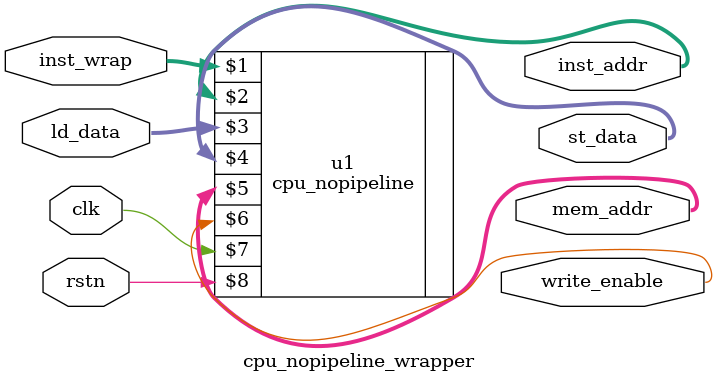
<source format=v>
`default_nettype none

module cpu_nopipeline_wrapper
  #( parameter  IWIDTH = 32, // 命令語調
     parameter  AWIDTH = 32, // 命令アドレスの長さ
     parameter OPWIDTH =  6, // オペコードの長さ
     parameter RGWIDTH = 32, // レジスタの幅
     parameter RAWIDTH =  5, // レジスタアドレスの長さ
     parameter SHWIDTH =  5, // シフト量の長さ
     parameter FNWIDTH =  6, // 機能の長さ
     parameter IMWIDTH = 16, // 即値の長さ
     parameter IDWIDTH = 26, // instr indexの長さ
     parameter WDWIDTH = 32, // メモリ上の語の長さ
     parameter STATE   =  4  // ステートの数
   )
   ( 
     input wire [IWIDTH-1:0]  inst_wrap,
     output wire[16-1:0] inst_addr,

     input wire [WDWIDTH-1:0] ld_data,
     output wire[WDWIDTH-1:0] st_data,
     output wire[16-1:0]     mem_addr,
     output wire         write_enable,

     input wire clk,
     input wire rstn);

cpu_nopipeline u1 (inst_wrap,inst_addr,ld_data,st_data,mem_addr,write_enable,clk,rstn);

endmodule

`default_nettype wire

</source>
